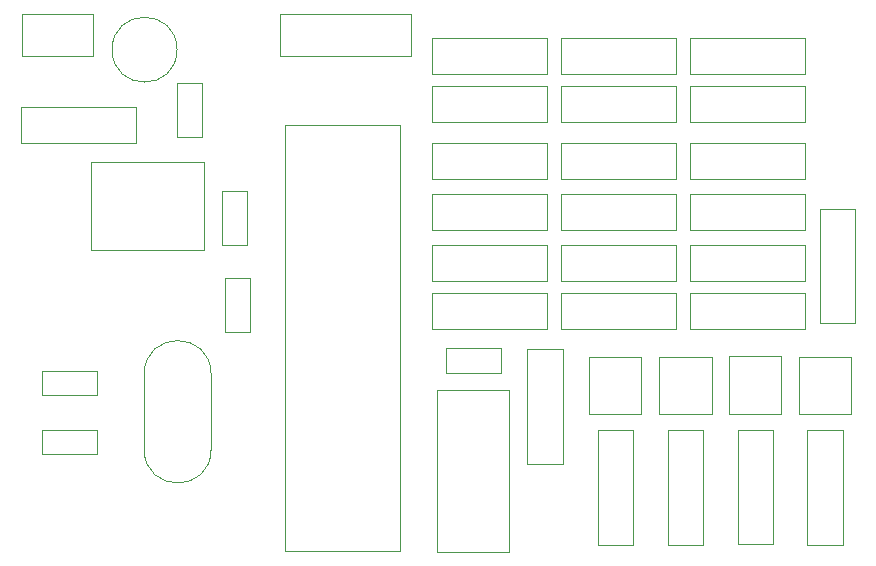
<source format=gbr>
%TF.GenerationSoftware,KiCad,Pcbnew,9.0.2+dfsg-1*%
%TF.CreationDate,2025-09-03T01:51:33+05:30*%
%TF.ProjectId,scopetester_v1,73636f70-6574-4657-9374-65725f76312e,rev?*%
%TF.SameCoordinates,Original*%
%TF.FileFunction,Other,User*%
%FSLAX46Y46*%
G04 Gerber Fmt 4.6, Leading zero omitted, Abs format (unit mm)*
G04 Created by KiCad (PCBNEW 9.0.2+dfsg-1) date 2025-09-03 01:51:33*
%MOMM*%
%LPD*%
G01*
G04 APERTURE LIST*
%ADD10C,0.050000*%
G04 APERTURE END LIST*
D10*
%TO.C,J3*%
X123030000Y-92330000D02*
X123030000Y-106030000D01*
X123030000Y-106030000D02*
X129120000Y-106030000D01*
X129120000Y-92330000D02*
X123030000Y-92330000D01*
X129120000Y-106030000D02*
X129120000Y-92330000D01*
%TO.C,U1*%
X110202000Y-69854000D02*
X119932000Y-69854000D01*
X119932000Y-105934000D01*
X110202000Y-105934000D01*
X110202000Y-69854000D01*
%TO.C,C6*%
X107222000Y-82770000D02*
X105122000Y-82770000D01*
X105122000Y-87370000D01*
X107222000Y-87370000D01*
X107222000Y-82770000D01*
%TO.C,JP1*%
X130700000Y-98550000D02*
X133700000Y-98550000D01*
X133700000Y-88830000D01*
X130700000Y-88830000D01*
X130700000Y-98550000D01*
%TO.C,R8*%
X122648000Y-75716000D02*
X132368000Y-75716000D01*
X132368000Y-78716000D01*
X122648000Y-78716000D01*
X122648000Y-75716000D01*
%TO.C,R5*%
X139648000Y-95706000D02*
X136648000Y-95706000D01*
X136648000Y-105426000D01*
X139648000Y-105426000D01*
X139648000Y-95706000D01*
%TO.C,D1*%
X147790000Y-89449780D02*
X147790000Y-94289780D01*
X147790000Y-94289780D02*
X152210000Y-94289780D01*
X152210000Y-89449780D02*
X147790000Y-89449780D01*
X152210000Y-94289780D02*
X152210000Y-89449780D01*
%TO.C,Y1*%
X98270000Y-90940000D02*
X98270000Y-97340000D01*
X103930000Y-90940000D02*
X103930000Y-97340000D01*
X98270000Y-90940000D02*
G75*
G02*
X103930000Y-90940000I2830000J0D01*
G01*
X103930000Y-97340000D02*
G75*
G02*
X98270000Y-97340000I-2830000J0D01*
G01*
%TO.C,R9*%
X122648000Y-80034000D02*
X132368000Y-80034000D01*
X132368000Y-83034000D01*
X122648000Y-83034000D01*
X122648000Y-80034000D01*
%TO.C,R23*%
X155472000Y-86648000D02*
X158472000Y-86648000D01*
X158472000Y-76928000D01*
X155472000Y-76928000D01*
X155472000Y-86648000D01*
%TO.C,R12*%
X133570000Y-66572000D02*
X143290000Y-66572000D01*
X143290000Y-69572000D01*
X133570000Y-69572000D01*
X133570000Y-66572000D01*
%TO.C,R21*%
X154212000Y-83034000D02*
X144492000Y-83034000D01*
X144492000Y-80034000D01*
X154212000Y-80034000D01*
X154212000Y-83034000D01*
%TO.C,R18*%
X154212000Y-69572000D02*
X144492000Y-69572000D01*
X144492000Y-66572000D01*
X154212000Y-66572000D01*
X154212000Y-69572000D01*
%TO.C,R3*%
X151500000Y-95645780D02*
X148500000Y-95645780D01*
X148500000Y-105365780D01*
X151500000Y-105365780D01*
X151500000Y-95645780D01*
%TO.C,R6*%
X122648000Y-66572000D02*
X132368000Y-66572000D01*
X132368000Y-69572000D01*
X122648000Y-69572000D01*
X122648000Y-66572000D01*
%TO.C,D3*%
X135890000Y-89510000D02*
X135890000Y-94350000D01*
X135890000Y-94350000D02*
X140310000Y-94350000D01*
X140310000Y-89510000D02*
X135890000Y-89510000D01*
X140310000Y-94350000D02*
X140310000Y-89510000D01*
%TO.C,R19*%
X154212000Y-74398000D02*
X144492000Y-74398000D01*
X144492000Y-71398000D01*
X154212000Y-71398000D01*
X154212000Y-74398000D01*
%TO.C,R16*%
X133570000Y-84098000D02*
X143290000Y-84098000D01*
X143290000Y-87098000D01*
X133570000Y-87098000D01*
X133570000Y-84098000D01*
%TO.C,R20*%
X154212000Y-78716000D02*
X144492000Y-78716000D01*
X144492000Y-75716000D01*
X154212000Y-75716000D01*
X154212000Y-78716000D01*
%TO.C,R7*%
X122648000Y-71398000D02*
X132368000Y-71398000D01*
X132368000Y-74398000D01*
X122648000Y-74398000D01*
X122648000Y-71398000D01*
%TO.C,R11*%
X133570000Y-62508000D02*
X143290000Y-62508000D01*
X143290000Y-65508000D01*
X133570000Y-65508000D01*
X133570000Y-62508000D01*
%TO.C,SW1*%
X93802000Y-72958000D02*
X94052000Y-72958000D01*
X93802000Y-73208000D02*
X93802000Y-72958000D01*
X93802000Y-80208000D02*
X93802000Y-73208000D01*
X93802000Y-80208000D02*
X93802000Y-80458000D01*
X93802000Y-80458000D02*
X94052000Y-80458000D01*
X94052000Y-72958000D02*
X103052000Y-72958000D01*
X103052000Y-72958000D02*
X103302000Y-72958000D01*
X103052000Y-80458000D02*
X94052000Y-80458000D01*
X103052000Y-80458000D02*
X103302000Y-80458000D01*
X103302000Y-72958000D02*
X103302000Y-73208000D01*
X103302000Y-73208000D02*
X103302000Y-80208000D01*
X103302000Y-80458000D02*
X103302000Y-80208000D01*
%TO.C,R14*%
X133570000Y-75716000D02*
X143290000Y-75716000D01*
X143290000Y-78716000D01*
X133570000Y-78716000D01*
X133570000Y-75716000D01*
%TO.C,C7*%
X128450000Y-90850000D02*
X123850000Y-90850000D01*
X123850000Y-88750000D01*
X128450000Y-88750000D01*
X128450000Y-90850000D01*
%TO.C,C1*%
X101058000Y-70900000D02*
X103158000Y-70900000D01*
X103158000Y-66300000D01*
X101058000Y-66300000D01*
X101058000Y-70900000D01*
%TO.C,R13*%
X133570000Y-71398000D02*
X143290000Y-71398000D01*
X143290000Y-74398000D01*
X133570000Y-74398000D01*
X133570000Y-71398000D01*
%TO.C,C2*%
X106968000Y-75444000D02*
X104868000Y-75444000D01*
X104868000Y-80044000D01*
X106968000Y-80044000D01*
X106968000Y-75444000D01*
%TO.C,R15*%
X133570000Y-80034000D02*
X143290000Y-80034000D01*
X143290000Y-83034000D01*
X133570000Y-83034000D01*
X133570000Y-80034000D01*
%TO.C,R24*%
X157400000Y-95706000D02*
X154400000Y-95706000D01*
X154400000Y-105426000D01*
X157400000Y-105426000D01*
X157400000Y-95706000D01*
%TO.C,R4*%
X145600000Y-95706000D02*
X142600000Y-95706000D01*
X142600000Y-105426000D01*
X145600000Y-105426000D01*
X145600000Y-95706000D01*
%TO.C,J2*%
X109736000Y-60460000D02*
X109736000Y-64000000D01*
X109736000Y-64000000D02*
X120896000Y-64000000D01*
X120896000Y-60460000D02*
X109736000Y-60460000D01*
X120896000Y-64000000D02*
X120896000Y-60460000D01*
%TO.C,R22*%
X144492000Y-84098000D02*
X154212000Y-84098000D01*
X154212000Y-87098000D01*
X144492000Y-87098000D01*
X144492000Y-84098000D01*
%TO.C,R2*%
X122648000Y-62508000D02*
X132368000Y-62508000D01*
X132368000Y-65508000D01*
X122648000Y-65508000D01*
X122648000Y-62508000D01*
%TO.C,R10*%
X122648000Y-84098000D02*
X132368000Y-84098000D01*
X132368000Y-87098000D01*
X122648000Y-87098000D01*
X122648000Y-84098000D01*
%TO.C,C5*%
X101048000Y-63480000D02*
G75*
G02*
X95548000Y-63480000I-2750000J0D01*
G01*
X95548000Y-63480000D02*
G75*
G02*
X101048000Y-63480000I2750000J0D01*
G01*
%TO.C,R1*%
X87850000Y-68350000D02*
X97570000Y-68350000D01*
X97570000Y-71350000D01*
X87850000Y-71350000D01*
X87850000Y-68350000D01*
%TO.C,C4*%
X89650000Y-90650000D02*
X94250000Y-90650000D01*
X94250000Y-92750000D01*
X89650000Y-92750000D01*
X89650000Y-90650000D01*
%TO.C,D4*%
X153690000Y-89510000D02*
X153690000Y-94350000D01*
X153690000Y-94350000D02*
X158110000Y-94350000D01*
X158110000Y-89510000D02*
X153690000Y-89510000D01*
X158110000Y-94350000D02*
X158110000Y-89510000D01*
%TO.C,C3*%
X89628000Y-95650000D02*
X94228000Y-95650000D01*
X94228000Y-97750000D01*
X89628000Y-97750000D01*
X89628000Y-95650000D01*
%TO.C,J1*%
X87882000Y-60460000D02*
X87882000Y-64000000D01*
X87882000Y-64000000D02*
X93972000Y-64000000D01*
X93972000Y-60460000D02*
X87882000Y-60460000D01*
X93972000Y-64000000D02*
X93972000Y-60460000D01*
%TO.C,R17*%
X154212000Y-65508000D02*
X144492000Y-65508000D01*
X144492000Y-62508000D01*
X154212000Y-62508000D01*
X154212000Y-65508000D01*
%TO.C,D2*%
X141890000Y-89510000D02*
X141890000Y-94350000D01*
X141890000Y-94350000D02*
X146310000Y-94350000D01*
X146310000Y-89510000D02*
X141890000Y-89510000D01*
X146310000Y-94350000D02*
X146310000Y-89510000D01*
%TD*%
M02*

</source>
